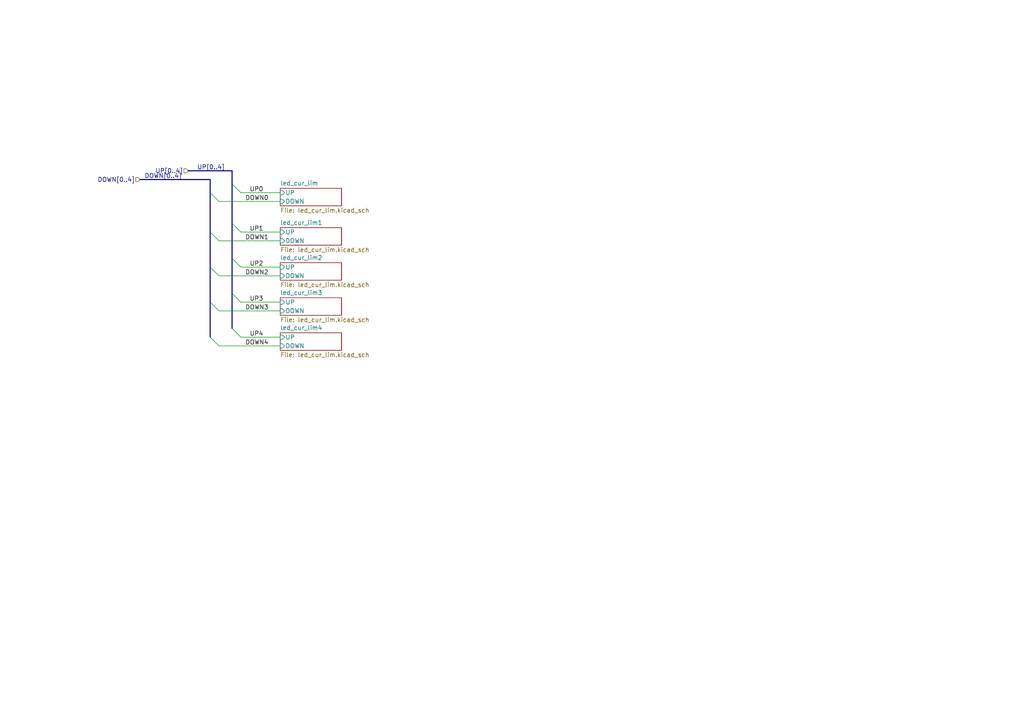
<source format=kicad_sch>
(kicad_sch
	(version 20231120)
	(generator "eeschema")
	(generator_version "8.0")
	(uuid "bef51b3a-963f-4728-bcf3-cc3c107b432d")
	(paper "A4")
	(lib_symbols)
	(bus_entry
		(at 67.31 85.09)
		(size 2.54 2.54)
		(stroke
			(width 0)
			(type default)
		)
		(uuid "005d486e-2e1d-41d8-bca5-47784a6709bd")
	)
	(bus_entry
		(at 67.31 64.77)
		(size 2.54 2.54)
		(stroke
			(width 0)
			(type default)
		)
		(uuid "2a7a29ce-37cf-45d5-a3a2-23a57df514fe")
	)
	(bus_entry
		(at 67.31 95.25)
		(size 2.54 2.54)
		(stroke
			(width 0)
			(type default)
		)
		(uuid "2e5aa60a-a133-40ff-9636-594ef696eee8")
	)
	(bus_entry
		(at 67.31 53.34)
		(size 2.54 2.54)
		(stroke
			(width 0)
			(type default)
		)
		(uuid "4cab80a1-984a-4d43-8e77-7b1984a4130b")
	)
	(bus_entry
		(at 60.96 77.47)
		(size 2.54 2.54)
		(stroke
			(width 0)
			(type default)
		)
		(uuid "5b9ce300-a568-4ec8-a2d9-64a1a08b9455")
	)
	(bus_entry
		(at 60.96 55.88)
		(size 2.54 2.54)
		(stroke
			(width 0)
			(type default)
		)
		(uuid "5e750782-9ebe-45bd-b47d-fe46d9633c17")
	)
	(bus_entry
		(at 60.96 87.63)
		(size 2.54 2.54)
		(stroke
			(width 0)
			(type default)
		)
		(uuid "6a8846b8-bfa4-4877-bb4a-8b9b2bfd002a")
	)
	(bus_entry
		(at 67.31 74.93)
		(size 2.54 2.54)
		(stroke
			(width 0)
			(type default)
		)
		(uuid "8f62a0bd-4bd0-493b-a503-db00dcc0379f")
	)
	(bus_entry
		(at 60.96 67.31)
		(size 2.54 2.54)
		(stroke
			(width 0)
			(type default)
		)
		(uuid "eaae1978-1e04-4a3d-858d-5bd54b57cd55")
	)
	(bus_entry
		(at 60.96 97.79)
		(size 2.54 2.54)
		(stroke
			(width 0)
			(type default)
		)
		(uuid "ff2c1bf2-6555-459c-92f7-1da401b55ad9")
	)
	(wire
		(pts
			(xy 63.5 100.33) (xy 81.28 100.33)
		)
		(stroke
			(width 0)
			(type default)
		)
		(uuid "080b2869-277b-4274-bb6e-9e74f4b8c373")
	)
	(bus
		(pts
			(xy 60.96 55.88) (xy 60.96 67.31)
		)
		(stroke
			(width 0)
			(type default)
		)
		(uuid "105e9f2f-8bdf-4c44-8a43-999923792fbe")
	)
	(wire
		(pts
			(xy 69.85 67.31) (xy 81.28 67.31)
		)
		(stroke
			(width 0)
			(type default)
		)
		(uuid "1a6ef0b7-9860-4d9f-a7f1-465cee2d82b2")
	)
	(wire
		(pts
			(xy 63.5 90.17) (xy 81.28 90.17)
		)
		(stroke
			(width 0)
			(type default)
		)
		(uuid "1c786c09-a1a6-4974-82b9-1d90db0cd4c7")
	)
	(bus
		(pts
			(xy 60.96 52.07) (xy 60.96 55.88)
		)
		(stroke
			(width 0)
			(type default)
		)
		(uuid "262309e8-f525-462c-8803-f05029eaa618")
	)
	(wire
		(pts
			(xy 69.85 87.63) (xy 81.28 87.63)
		)
		(stroke
			(width 0)
			(type default)
		)
		(uuid "28295ed5-518f-419f-9c48-f6208c79fbbe")
	)
	(bus
		(pts
			(xy 54.61 49.53) (xy 67.31 49.53)
		)
		(stroke
			(width 0)
			(type default)
		)
		(uuid "285946b7-1fc9-47e3-9c06-ff05f0ded0ed")
	)
	(bus
		(pts
			(xy 67.31 64.77) (xy 67.31 74.93)
		)
		(stroke
			(width 0)
			(type default)
		)
		(uuid "3976879d-0333-4d11-89f8-5ff7128ea684")
	)
	(bus
		(pts
			(xy 67.31 49.53) (xy 67.31 53.34)
		)
		(stroke
			(width 0)
			(type default)
		)
		(uuid "597b617e-285d-46c0-8f4a-dd053ac963f8")
	)
	(bus
		(pts
			(xy 60.96 87.63) (xy 60.96 97.79)
		)
		(stroke
			(width 0)
			(type default)
		)
		(uuid "9462f062-5d9e-4885-8124-123c186d6257")
	)
	(wire
		(pts
			(xy 69.85 77.47) (xy 81.28 77.47)
		)
		(stroke
			(width 0)
			(type default)
		)
		(uuid "a329dabf-954a-4320-b6c6-84d559f8584c")
	)
	(wire
		(pts
			(xy 63.5 69.85) (xy 81.28 69.85)
		)
		(stroke
			(width 0)
			(type default)
		)
		(uuid "b80d5b71-6f36-40b7-b05c-a9272183ad0a")
	)
	(bus
		(pts
			(xy 60.96 77.47) (xy 60.96 87.63)
		)
		(stroke
			(width 0)
			(type default)
		)
		(uuid "b8b0d557-5d7b-46bb-9596-ba60459d7094")
	)
	(wire
		(pts
			(xy 69.85 97.79) (xy 81.28 97.79)
		)
		(stroke
			(width 0)
			(type default)
		)
		(uuid "c289c7ff-26e7-463f-b1d0-8344617da6fb")
	)
	(wire
		(pts
			(xy 69.85 55.88) (xy 81.28 55.88)
		)
		(stroke
			(width 0)
			(type default)
		)
		(uuid "c2fb05d8-2ae6-424e-bb19-59d7feb9edc0")
	)
	(wire
		(pts
			(xy 63.5 58.42) (xy 81.28 58.42)
		)
		(stroke
			(width 0)
			(type default)
		)
		(uuid "c3d5d13a-8e9c-4717-a1a9-a6a6ba2bdbf4")
	)
	(bus
		(pts
			(xy 67.31 74.93) (xy 67.31 85.09)
		)
		(stroke
			(width 0)
			(type default)
		)
		(uuid "d263178d-3d9e-41b9-95bd-d71cca3a1f1c")
	)
	(bus
		(pts
			(xy 60.96 67.31) (xy 60.96 77.47)
		)
		(stroke
			(width 0)
			(type default)
		)
		(uuid "d3057f48-2c12-4689-8e0f-a3089e2e5aa0")
	)
	(wire
		(pts
			(xy 63.5 80.01) (xy 81.28 80.01)
		)
		(stroke
			(width 0)
			(type default)
		)
		(uuid "db920b3e-7961-4f68-b417-cb252f357a0d")
	)
	(bus
		(pts
			(xy 67.31 85.09) (xy 67.31 95.25)
		)
		(stroke
			(width 0)
			(type default)
		)
		(uuid "dd6eef21-ddf7-4c4e-984e-7a9b68e33a3f")
	)
	(bus
		(pts
			(xy 40.64 52.07) (xy 60.96 52.07)
		)
		(stroke
			(width 0)
			(type default)
		)
		(uuid "fab34f2c-848c-4b85-9bd8-64952b131a5f")
	)
	(bus
		(pts
			(xy 67.31 53.34) (xy 67.31 64.77)
		)
		(stroke
			(width 0)
			(type default)
		)
		(uuid "ff9b482d-497a-4fe8-a86e-bd2193546d91")
	)
	(label "DOWN1"
		(at 71.12 69.85 0)
		(fields_autoplaced yes)
		(effects
			(font
				(size 1.27 1.27)
			)
			(justify left bottom)
		)
		(uuid "18a63615-eccb-40a8-96f0-a1102c7dd82b")
	)
	(label "DOWN0"
		(at 71.12 58.42 0)
		(fields_autoplaced yes)
		(effects
			(font
				(size 1.27 1.27)
			)
			(justify left bottom)
		)
		(uuid "2eacea22-63b6-4134-98df-a298ff244cce")
	)
	(label "DOWN2"
		(at 71.12 80.01 0)
		(fields_autoplaced yes)
		(effects
			(font
				(size 1.27 1.27)
			)
			(justify left bottom)
		)
		(uuid "41438419-a23b-4da1-a7f4-3cd34458d21c")
	)
	(label "UP3"
		(at 72.39 87.63 0)
		(fields_autoplaced yes)
		(effects
			(font
				(size 1.27 1.27)
			)
			(justify left bottom)
		)
		(uuid "6601f0f6-25f7-4801-8f8b-9084f8a2bad0")
	)
	(label "UP2"
		(at 72.39 77.47 0)
		(fields_autoplaced yes)
		(effects
			(font
				(size 1.27 1.27)
			)
			(justify left bottom)
		)
		(uuid "7da005ce-1a83-4b1b-907c-8220bdef8dfb")
	)
	(label "DOWN3"
		(at 71.12 90.17 0)
		(fields_autoplaced yes)
		(effects
			(font
				(size 1.27 1.27)
			)
			(justify left bottom)
		)
		(uuid "915f72fe-9605-4b15-9a0b-db339e9c5c34")
	)
	(label "UP[0..4]"
		(at 57.15 49.53 0)
		(fields_autoplaced yes)
		(effects
			(font
				(size 1.27 1.27)
			)
			(justify left bottom)
		)
		(uuid "ac201001-589d-4fac-aca5-47da3e8b4930")
	)
	(label "DOWN4"
		(at 71.12 100.33 0)
		(fields_autoplaced yes)
		(effects
			(font
				(size 1.27 1.27)
			)
			(justify left bottom)
		)
		(uuid "b287aff7-fa75-41ff-bb9f-a5e8fc293a7d")
	)
	(label "UP4"
		(at 72.39 97.79 0)
		(fields_autoplaced yes)
		(effects
			(font
				(size 1.27 1.27)
			)
			(justify left bottom)
		)
		(uuid "dcf9f8b0-a549-482a-b898-09fbb6337d49")
	)
	(label "UP0"
		(at 72.39 55.88 0)
		(fields_autoplaced yes)
		(effects
			(font
				(size 1.27 1.27)
			)
			(justify left bottom)
		)
		(uuid "ea58d135-b234-49ee-a718-ff18196f70e7")
	)
	(label "DOWN[0..4]"
		(at 41.91 52.07 0)
		(fields_autoplaced yes)
		(effects
			(font
				(size 1.27 1.27)
			)
			(justify left bottom)
		)
		(uuid "f78a3562-8f97-41b8-a808-ae7a3ec69dbf")
	)
	(label "UP1"
		(at 72.39 67.31 0)
		(fields_autoplaced yes)
		(effects
			(font
				(size 1.27 1.27)
			)
			(justify left bottom)
		)
		(uuid "f96713aa-ec8f-456a-9001-2041d5fe6b1c")
	)
	(hierarchical_label "UP[0..4]"
		(shape input)
		(at 54.61 49.53 180)
		(fields_autoplaced yes)
		(effects
			(font
				(size 1.27 1.27)
			)
			(justify right)
		)
		(uuid "0767c951-09df-4579-b7ea-57850de20f25")
	)
	(hierarchical_label "DOWN[0..4]"
		(shape input)
		(at 40.64 52.07 180)
		(fields_autoplaced yes)
		(effects
			(font
				(size 1.27 1.27)
			)
			(justify right)
		)
		(uuid "665e15e6-8ba3-4080-8b71-383f375835dc")
	)
	(sheet
		(at 81.28 66.04)
		(size 17.78 5.08)
		(fields_autoplaced yes)
		(stroke
			(width 0.1524)
			(type solid)
		)
		(fill
			(color 0 0 0 0.0000)
		)
		(uuid "005a2024-8f92-469d-bc4a-744e1679faf7")
		(property "Sheetname" "led_cur_lim1"
			(at 81.28 65.3284 0)
			(effects
				(font
					(size 1.27 1.27)
				)
				(justify left bottom)
			)
		)
		(property "Sheetfile" "led_cur_lim.kicad_sch"
			(at 81.28 71.7046 0)
			(effects
				(font
					(size 1.27 1.27)
				)
				(justify left top)
			)
		)
		(pin "UP" input
			(at 81.28 67.31 180)
			(effects
				(font
					(size 1.27 1.27)
				)
				(justify left)
			)
			(uuid "8f2c41f4-a8cf-4bbd-9ae6-0d6d2a8e780b")
		)
		(pin "DOWN" input
			(at 81.28 69.85 180)
			(effects
				(font
					(size 1.27 1.27)
				)
				(justify left)
			)
			(uuid "6c995547-cf33-4db6-a578-a0c654905594")
		)
		(instances
			(project "home_auto"
				(path "/68de2dd7-8f08-479b-94c5-c7847794fd33/1f8c924d-a3bb-4076-ad10-e969d7708339"
					(page "3")
				)
				(path "/68de2dd7-8f08-479b-94c5-c7847794fd33/38e43560-dc5d-4488-af54-7fd49213ac73"
					(page "8")
				)
			)
		)
	)
	(sheet
		(at 81.28 76.2)
		(size 17.78 5.08)
		(fields_autoplaced yes)
		(stroke
			(width 0.1524)
			(type solid)
		)
		(fill
			(color 0 0 0 0.0000)
		)
		(uuid "ade78f76-2dfa-4a61-a7b6-c0049c12516f")
		(property "Sheetname" "led_cur_lim2"
			(at 81.28 75.4884 0)
			(effects
				(font
					(size 1.27 1.27)
				)
				(justify left bottom)
			)
		)
		(property "Sheetfile" "led_cur_lim.kicad_sch"
			(at 81.28 81.8646 0)
			(effects
				(font
					(size 1.27 1.27)
				)
				(justify left top)
			)
		)
		(pin "UP" input
			(at 81.28 77.47 180)
			(effects
				(font
					(size 1.27 1.27)
				)
				(justify left)
			)
			(uuid "c173d88e-4297-40a3-91b6-3a22169050b3")
		)
		(pin "DOWN" input
			(at 81.28 80.01 180)
			(effects
				(font
					(size 1.27 1.27)
				)
				(justify left)
			)
			(uuid "b063838a-98bb-486d-bbc9-c3ffd3e07322")
		)
		(instances
			(project "home_auto"
				(path "/68de2dd7-8f08-479b-94c5-c7847794fd33/1f8c924d-a3bb-4076-ad10-e969d7708339"
					(page "4")
				)
				(path "/68de2dd7-8f08-479b-94c5-c7847794fd33/38e43560-dc5d-4488-af54-7fd49213ac73"
					(page "11")
				)
			)
		)
	)
	(sheet
		(at 81.28 86.36)
		(size 17.78 5.08)
		(fields_autoplaced yes)
		(stroke
			(width 0.1524)
			(type solid)
		)
		(fill
			(color 0 0 0 0.0000)
		)
		(uuid "d201333b-5485-457c-9fcb-2d7949e80791")
		(property "Sheetname" "led_cur_lim3"
			(at 81.28 85.6484 0)
			(effects
				(font
					(size 1.27 1.27)
				)
				(justify left bottom)
			)
		)
		(property "Sheetfile" "led_cur_lim.kicad_sch"
			(at 81.28 92.0246 0)
			(effects
				(font
					(size 1.27 1.27)
				)
				(justify left top)
			)
		)
		(pin "UP" input
			(at 81.28 87.63 180)
			(effects
				(font
					(size 1.27 1.27)
				)
				(justify left)
			)
			(uuid "67ce2038-e8b7-429d-b9a7-9aef98c3b44c")
		)
		(pin "DOWN" input
			(at 81.28 90.17 180)
			(effects
				(font
					(size 1.27 1.27)
				)
				(justify left)
			)
			(uuid "69508d46-024e-4e18-8955-d3308723f832")
		)
		(instances
			(project "home_auto"
				(path "/68de2dd7-8f08-479b-94c5-c7847794fd33/1f8c924d-a3bb-4076-ad10-e969d7708339"
					(page "5")
				)
				(path "/68de2dd7-8f08-479b-94c5-c7847794fd33/38e43560-dc5d-4488-af54-7fd49213ac73"
					(page "10")
				)
			)
		)
	)
	(sheet
		(at 81.28 54.61)
		(size 17.78 5.08)
		(fields_autoplaced yes)
		(stroke
			(width 0.1524)
			(type solid)
		)
		(fill
			(color 0 0 0 0.0000)
		)
		(uuid "d909bc7e-c24c-4952-aac8-0243844fb75a")
		(property "Sheetname" "led_cur_lim"
			(at 81.28 53.8984 0)
			(effects
				(font
					(size 1.27 1.27)
				)
				(justify left bottom)
			)
		)
		(property "Sheetfile" "led_cur_lim.kicad_sch"
			(at 81.28 60.2746 0)
			(effects
				(font
					(size 1.27 1.27)
				)
				(justify left top)
			)
		)
		(pin "UP" input
			(at 81.28 55.88 180)
			(effects
				(font
					(size 1.27 1.27)
				)
				(justify left)
			)
			(uuid "ef32c688-22c4-4acc-b29f-a1878eb8a0ec")
		)
		(pin "DOWN" input
			(at 81.28 58.42 180)
			(effects
				(font
					(size 1.27 1.27)
				)
				(justify left)
			)
			(uuid "8b45af42-45f7-491c-a10e-55deaab36fe1")
		)
		(instances
			(project "home_auto"
				(path "/68de2dd7-8f08-479b-94c5-c7847794fd33/1f8c924d-a3bb-4076-ad10-e969d7708339"
					(page "2")
				)
				(path "/68de2dd7-8f08-479b-94c5-c7847794fd33/38e43560-dc5d-4488-af54-7fd49213ac73"
					(page "9")
				)
			)
		)
	)
	(sheet
		(at 81.28 96.52)
		(size 17.78 5.08)
		(fields_autoplaced yes)
		(stroke
			(width 0.1524)
			(type solid)
		)
		(fill
			(color 0 0 0 0.0000)
		)
		(uuid "ede8903f-d3c7-4a76-9aec-82eef41c596b")
		(property "Sheetname" "led_cur_lim4"
			(at 81.28 95.8084 0)
			(effects
				(font
					(size 1.27 1.27)
				)
				(justify left bottom)
			)
		)
		(property "Sheetfile" "led_cur_lim.kicad_sch"
			(at 81.28 102.1846 0)
			(effects
				(font
					(size 1.27 1.27)
				)
				(justify left top)
			)
		)
		(pin "UP" input
			(at 81.28 97.79 180)
			(effects
				(font
					(size 1.27 1.27)
				)
				(justify left)
			)
			(uuid "5056aa02-bf6b-4893-bdd6-eced734ce87e")
		)
		(pin "DOWN" input
			(at 81.28 100.33 180)
			(effects
				(font
					(size 1.27 1.27)
				)
				(justify left)
			)
			(uuid "e7b941f4-ce33-4102-a1f7-64e536bcc233")
		)
		(instances
			(project "home_auto"
				(path "/68de2dd7-8f08-479b-94c5-c7847794fd33/1f8c924d-a3bb-4076-ad10-e969d7708339"
					(page "6")
				)
				(path "/68de2dd7-8f08-479b-94c5-c7847794fd33/38e43560-dc5d-4488-af54-7fd49213ac73"
					(page "12")
				)
			)
		)
	)
)

</source>
